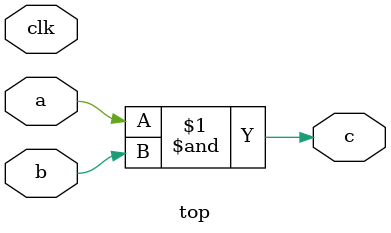
<source format=v>
module top(
	input clk,
    input a,
    input b,
    output c
);
    assign c = a & b;
endmodule
</source>
